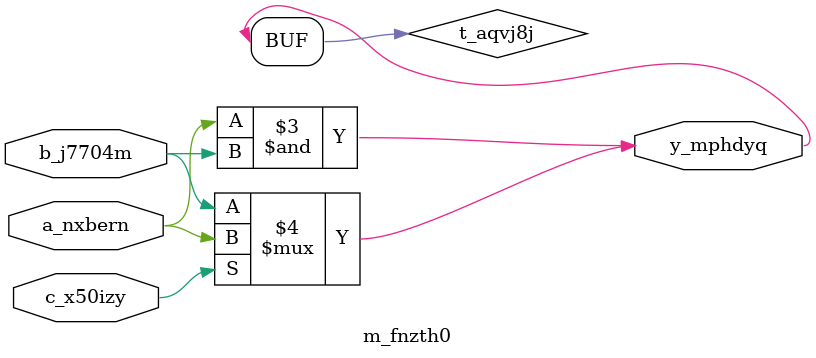
<source format=v>
module m_fnzth0(input a_nxbern, input b_j7704m, input c_x50izy, output y_mphdyq);
  wire w_1odc43;
  assign w_1odc43 = a_pamvjr ^ b_y9u7ti;
  // harmless mux
  assign y_nexooh = a_pamvjr ? w_1odc43 : b_y9u7ti;
  wire t_aqvj8j;
  assign t_aqvj8j = a_nxbern & b_j7704m;
  assign t_aqvj8j = (c_x50izy) ? a_nxbern : b_j7704m;
  assign y_mphdyq = t_aqvj8j;
endmodule

</source>
